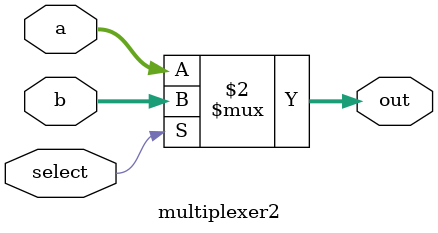
<source format=v>
`default_nettype none
`timescale 1ns/1ps


`include "src/defines.vh"

module multiplexer2(
        a,
        b,
        out,
        select
    );
    parameter DATA_WITDTH = 32;

    input select;
    input[DATA_WITDTH-1:0] a;
    input[DATA_WITDTH-1:0] b;
    output[DATA_WITDTH-1:0] out;

    assign out = select == 1'b0 ? a : b;  // error because select is not evaluated if is 1'b0
endmodule

`default_nettype wire
</source>
